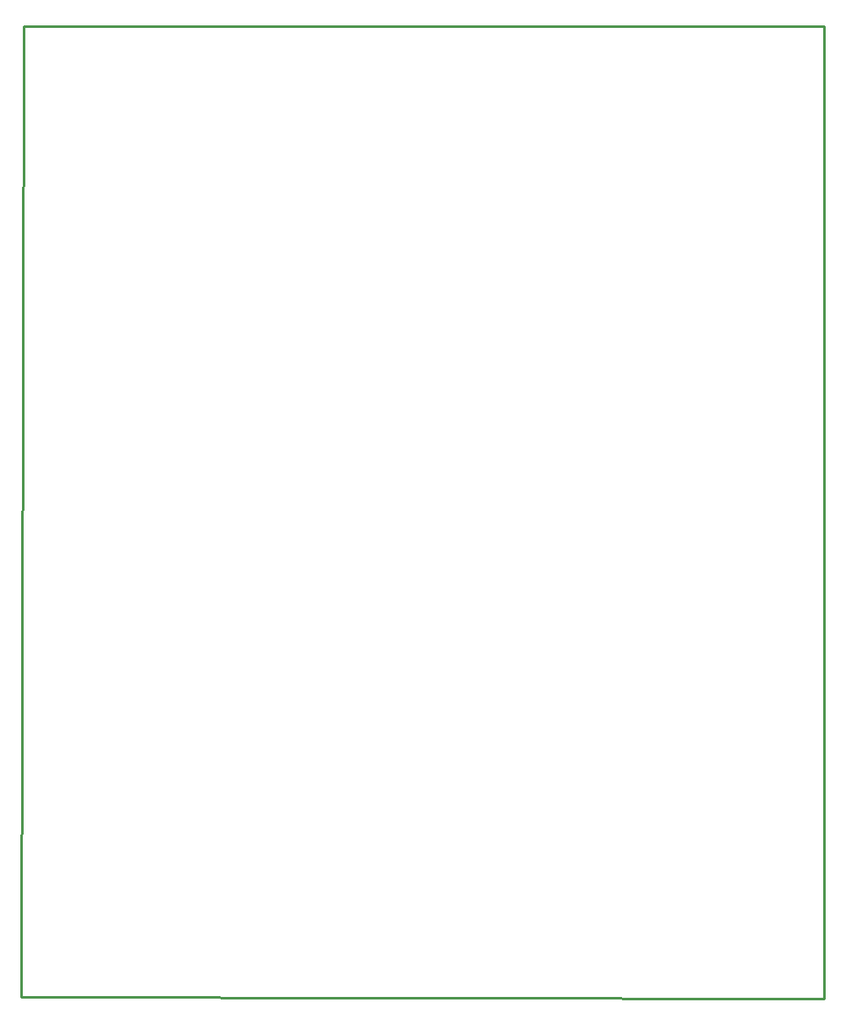
<source format=gko>
G04 Layer: BoardOutline*
G04 EasyEDA v6.4.17, 2021-03-30T11:05:58--3:00*
G04 e54f85b4d2414f64907e96423a573e64,e32968b322094deeae1279e20ae9dd51,10*
G04 Gerber Generator version 0.2*
G04 Scale: 100 percent, Rotated: No, Reflected: No *
G04 Dimensions in millimeters *
G04 leading zeros omitted , absolute positions ,4 integer and 5 decimal *
%FSLAX45Y45*%
%MOMM*%

%ADD10C,0.2540*%
D10*
X24994750Y8045782D02*
G01*
X33019238Y8040370D01*
X33019238Y-1692147D01*
X24975050Y-1679496D01*
X24998850Y8040382D01*

%LPD*%
M02*

</source>
